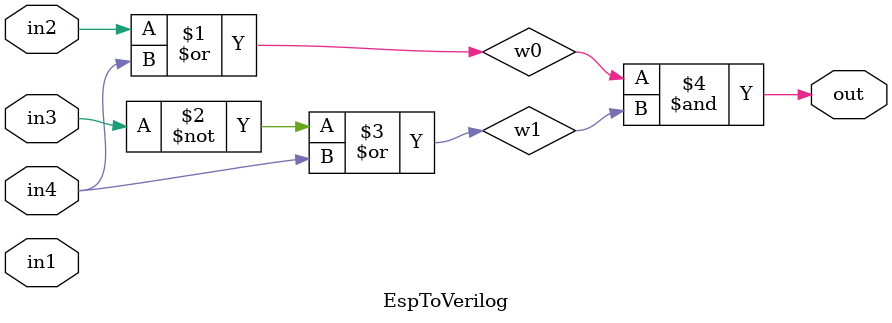
<source format=v>
module EspToVerilog (
in1, in2, in3, in4,
out );
input in1, in2, in3, in4;
output out;
wire w0, w1;
assign w0 = in2 | in4;
assign w1 = ~in3 | in4;
assign out =  w0 & w1;
endmodule

</source>
